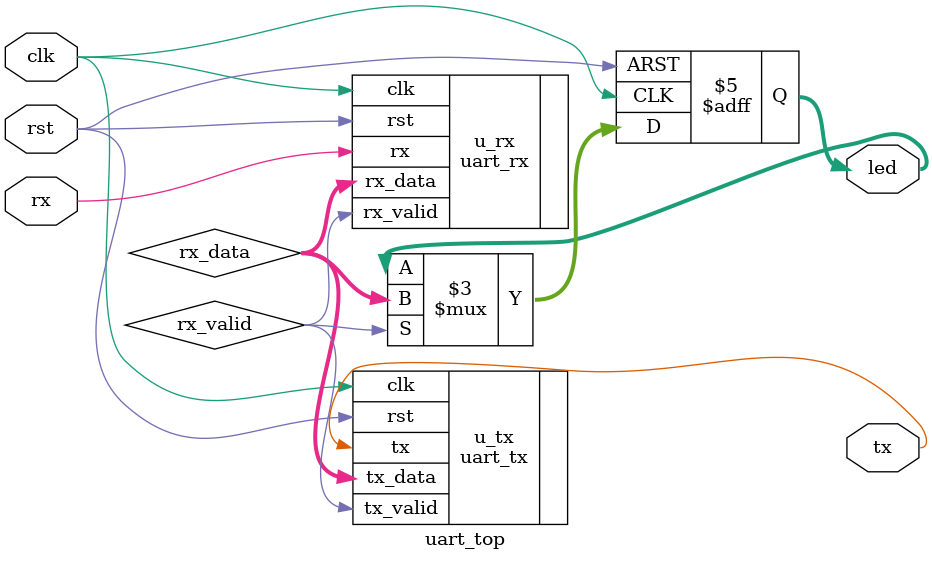
<source format=v>
`timescale 1ns / 1ps


module uart_top #(
    parameter CLK_FREQ = 'd100_000_000,
    parameter BAUD_RATE = 'd1_000_000,
    parameter DATA_BIT = 'd8,
    parameter STOP_BIT = 'd1,
    parameter CHECK_BIT = 'd0,
    parameter CHECK_MODE = "EVEN"
)
(
    input clk,
    input rst,
    input rx,
    output tx,
    output reg [7:0]led
);
    /* temp signal */
    wire [7:0]rx_data;
    wire rx_valid;
    /* Àý»¯ */
    uart_tx#(
        .CLK_FREQ(CLK_FREQ),
        .BAUD_RATE(BAUD_RATE),
        .DATA_BIT(DATA_BIT),
        .STOP_BIT(STOP_BIT),
        .CHECK_BIT(CHECK_BIT),
        .CHECK_MODE(CHECK_MODE)
    )
    u_tx(
        .clk(clk),
        .rst(rst),
        .tx_data(rx_data),
        .tx_valid(rx_valid),
        .tx(tx)
    );
    uart_rx #(
        .CLK_FREQ(CLK_FREQ),
        .BAUD_RATE(BAUD_RATE),
        .DATA_BIT(DATA_BIT),
        .STOP_BIT(STOP_BIT),
        .CHECK_BIT(CHECK_BIT),
        .CHECK_MODE(CHECK_MODE)
    )
    u_rx(
        .clk(clk),
        .rst(rst),
        .rx(rx),
        .rx_data(rx_data),
        .rx_valid(rx_valid)
    );

    
    
    /* logic */
    always@(posedge clk or posedge rst) begin
        if(rst)
            led <= 'd0;
        else if(rx_valid)
            led <= rx_data;
        else
            led <= led;
    end
endmodule

</source>
